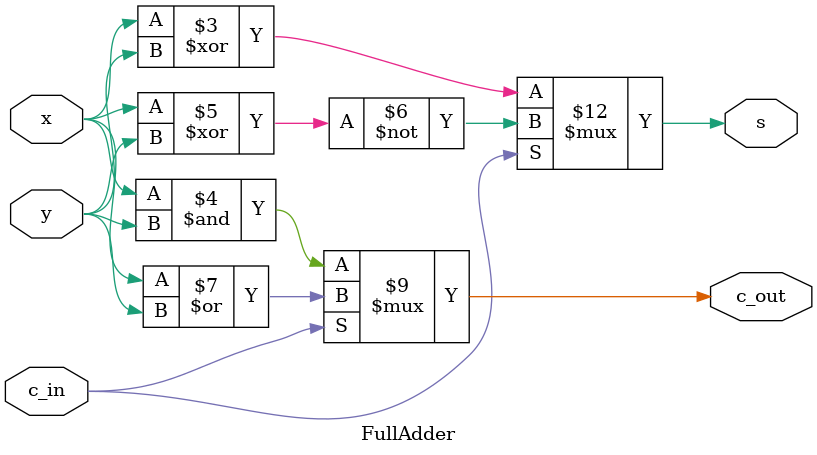
<source format=v>
module FullAdder(x, y, c_in, s, c_out);
input x, y, c_in;
output reg s, c_out;

always@(x, y, c_in)
begin
	if(~c_in) begin
		s = x^y; c_out = x&y;
	end
	else begin
		s = ~(x^y); c_out = x|y;
	end
end

endmodule

</source>
